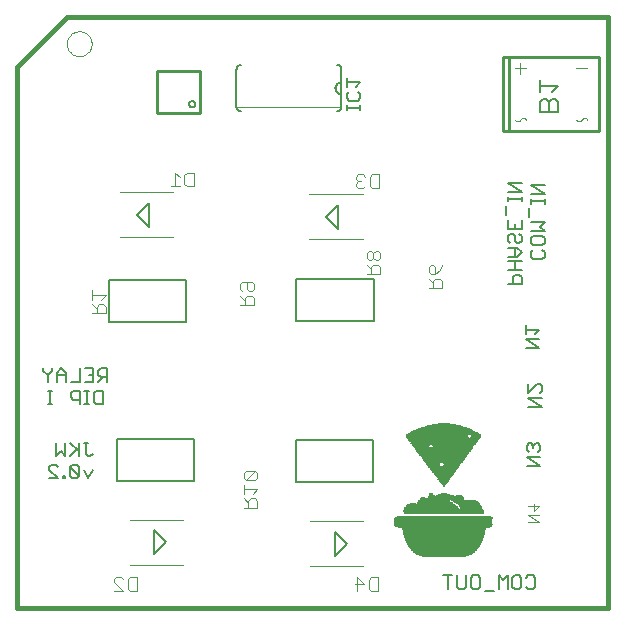
<source format=gbo>
G75*
%MOIN*%
%OFA0B0*%
%FSLAX24Y24*%
%IPPOS*%
%LPD*%
%AMOC8*
5,1,8,0,0,1.08239X$1,22.5*
%
%ADD10C,0.0160*%
%ADD11C,0.0060*%
%ADD12C,0.0000*%
%ADD13C,0.0050*%
%ADD14C,0.0080*%
%ADD15C,0.0040*%
%ADD16C,0.0100*%
%ADD17R,0.1455X0.0013*%
%ADD18R,0.1573X0.0013*%
%ADD19R,0.1665X0.0013*%
%ADD20R,0.1731X0.0013*%
%ADD21R,0.1796X0.0013*%
%ADD22R,0.1849X0.0013*%
%ADD23R,0.1888X0.0013*%
%ADD24R,0.1927X0.0013*%
%ADD25R,0.1967X0.0013*%
%ADD26R,0.2006X0.0013*%
%ADD27R,0.2045X0.0013*%
%ADD28R,0.2071X0.0013*%
%ADD29R,0.2098X0.0013*%
%ADD30R,0.2137X0.0013*%
%ADD31R,0.2150X0.0013*%
%ADD32R,0.2176X0.0013*%
%ADD33R,0.2203X0.0013*%
%ADD34R,0.2229X0.0013*%
%ADD35R,0.2242X0.0013*%
%ADD36R,0.2268X0.0013*%
%ADD37R,0.2281X0.0013*%
%ADD38R,0.2307X0.0013*%
%ADD39R,0.2321X0.0013*%
%ADD40R,0.2334X0.0013*%
%ADD41R,0.2360X0.0013*%
%ADD42R,0.2373X0.0013*%
%ADD43R,0.2386X0.0013*%
%ADD44R,0.2399X0.0013*%
%ADD45R,0.2412X0.0013*%
%ADD46R,0.2439X0.0013*%
%ADD47R,0.2452X0.0013*%
%ADD48R,0.2465X0.0013*%
%ADD49R,0.2478X0.0013*%
%ADD50R,0.2491X0.0013*%
%ADD51R,0.2504X0.0013*%
%ADD52R,0.2517X0.0013*%
%ADD53R,0.2530X0.0013*%
%ADD54R,0.2543X0.0013*%
%ADD55R,0.2556X0.0013*%
%ADD56R,0.2570X0.0013*%
%ADD57R,0.2583X0.0013*%
%ADD58R,0.2596X0.0013*%
%ADD59R,0.2609X0.0013*%
%ADD60R,0.2622X0.0013*%
%ADD61R,0.2635X0.0013*%
%ADD62R,0.2648X0.0013*%
%ADD63R,0.2661X0.0013*%
%ADD64R,0.2674X0.0013*%
%ADD65R,0.2688X0.0013*%
%ADD66R,0.2701X0.0013*%
%ADD67R,0.2714X0.0013*%
%ADD68R,0.2727X0.0013*%
%ADD69R,0.2740X0.0013*%
%ADD70R,0.2753X0.0013*%
%ADD71R,0.2766X0.0013*%
%ADD72R,0.2779X0.0013*%
%ADD73R,0.2792X0.0013*%
%ADD74R,0.2806X0.0013*%
%ADD75R,0.3081X0.0013*%
%ADD76R,0.3146X0.0013*%
%ADD77R,0.3186X0.0013*%
%ADD78R,0.3225X0.0013*%
%ADD79R,0.3251X0.0013*%
%ADD80R,0.3264X0.0013*%
%ADD81R,0.3278X0.0013*%
%ADD82R,0.3238X0.0013*%
%ADD83R,0.3199X0.0013*%
%ADD84R,0.3160X0.0013*%
%ADD85R,0.3107X0.0013*%
%ADD86R,0.0774X0.0013*%
%ADD87R,0.0760X0.0013*%
%ADD88R,0.1822X0.0013*%
%ADD89R,0.0747X0.0013*%
%ADD90R,0.0734X0.0013*%
%ADD91R,0.1783X0.0013*%
%ADD92R,0.1770X0.0013*%
%ADD93R,0.1757X0.0013*%
%ADD94R,0.1704X0.0013*%
%ADD95R,0.1678X0.0013*%
%ADD96R,0.1639X0.0013*%
%ADD97R,0.1613X0.0013*%
%ADD98R,0.1586X0.0013*%
%ADD99R,0.1560X0.0013*%
%ADD100R,0.1508X0.0013*%
%ADD101R,0.1232X0.0013*%
%ADD102R,0.0184X0.0013*%
%ADD103R,0.1193X0.0013*%
%ADD104R,0.1180X0.0013*%
%ADD105R,0.1141X0.0013*%
%ADD106R,0.1101X0.0013*%
%ADD107R,0.1075X0.0013*%
%ADD108R,0.1036X0.0013*%
%ADD109R,0.1023X0.0013*%
%ADD110R,0.1009X0.0013*%
%ADD111R,0.0249X0.0013*%
%ADD112R,0.0446X0.0013*%
%ADD113R,0.1495X0.0013*%
%ADD114R,0.1481X0.0013*%
%ADD115R,0.1468X0.0013*%
%ADD116R,0.1442X0.0013*%
%ADD117R,0.1206X0.0013*%
%ADD118R,0.0197X0.0013*%
%ADD119R,0.0118X0.0013*%
%ADD120R,0.0052X0.0013*%
%ADD121R,0.1154X0.0013*%
%ADD122R,0.0210X0.0013*%
%ADD123R,0.0616X0.0013*%
%ADD124R,0.0144X0.0013*%
%ADD125R,0.0564X0.0013*%
%ADD126R,0.0026X0.0013*%
%ADD127R,0.0498X0.0013*%
%ADD128R,0.0170X0.0013*%
%ADD129R,0.0420X0.0013*%
%ADD130R,0.0341X0.0013*%
%ADD131R,0.0105X0.0013*%
%ADD132R,0.0066X0.0013*%
%ADD133R,0.0039X0.0013*%
%ADD134R,0.0013X0.0013*%
%ADD135R,0.0092X0.0013*%
%ADD136R,0.0223X0.0013*%
%ADD137R,0.0275X0.0013*%
%ADD138R,0.0302X0.0013*%
%ADD139R,0.0328X0.0013*%
%ADD140R,0.0354X0.0013*%
%ADD141R,0.0367X0.0013*%
%ADD142R,0.0380X0.0013*%
%ADD143R,0.0406X0.0013*%
%ADD144R,0.0433X0.0013*%
%ADD145R,0.0459X0.0013*%
%ADD146R,0.0485X0.0013*%
%ADD147R,0.0511X0.0013*%
%ADD148R,0.0538X0.0013*%
%ADD149R,0.0590X0.0013*%
%ADD150R,0.0642X0.0013*%
%ADD151R,0.0669X0.0013*%
%ADD152R,0.0695X0.0013*%
%ADD153R,0.0721X0.0013*%
%ADD154R,0.0800X0.0013*%
%ADD155R,0.0813X0.0013*%
%ADD156R,0.0826X0.0013*%
%ADD157R,0.0852X0.0013*%
%ADD158R,0.0878X0.0013*%
%ADD159R,0.0891X0.0013*%
%ADD160R,0.0905X0.0013*%
%ADD161R,0.0931X0.0013*%
%ADD162R,0.0957X0.0013*%
%ADD163R,0.0970X0.0013*%
%ADD164R,0.0983X0.0013*%
%ADD165R,0.0551X0.0013*%
%ADD166R,0.0524X0.0013*%
%ADD167R,0.0472X0.0013*%
%ADD168R,0.0629X0.0013*%
%ADD169R,0.1219X0.0013*%
%ADD170R,0.1245X0.0013*%
%ADD171R,0.1259X0.0013*%
%ADD172R,0.1272X0.0013*%
%ADD173R,0.1298X0.0013*%
%ADD174R,0.1324X0.0013*%
%ADD175R,0.1337X0.0013*%
%ADD176R,0.1350X0.0013*%
%ADD177R,0.1377X0.0013*%
%ADD178R,0.1403X0.0013*%
%ADD179R,0.1416X0.0013*%
%ADD180R,0.1429X0.0013*%
%ADD181R,0.1534X0.0013*%
%ADD182R,0.1547X0.0013*%
%ADD183R,0.1626X0.0013*%
%ADD184R,0.1652X0.0013*%
%ADD185R,0.1691X0.0013*%
%ADD186R,0.1744X0.0013*%
%ADD187R,0.1809X0.0013*%
%ADD188R,0.1862X0.0013*%
%ADD189R,0.1901X0.0013*%
%ADD190R,0.1940X0.0013*%
%ADD191R,0.1363X0.0013*%
%ADD192R,0.0577X0.0013*%
%ADD193R,0.0603X0.0013*%
%ADD194R,0.2111X0.0013*%
%ADD195R,0.2189X0.0013*%
%ADD196R,0.2216X0.0013*%
%ADD197R,0.2255X0.0013*%
%ADD198R,0.2294X0.0013*%
%ADD199R,0.1521X0.0013*%
%ADD200R,0.0839X0.0013*%
%ADD201R,0.2425X0.0013*%
%ADD202R,0.0315X0.0013*%
%ADD203R,0.2085X0.0013*%
%ADD204R,0.0787X0.0013*%
%ADD205R,0.2163X0.0013*%
%ADD206R,0.2124X0.0013*%
%ADD207R,0.2019X0.0013*%
%ADD208R,0.1953X0.0013*%
%ADD209R,0.1717X0.0013*%
%ADD210R,0.1599X0.0013*%
%ADD211R,0.1114X0.0013*%
%ADD212C,0.0070*%
%ADD213C,0.0020*%
D10*
X000180Y000180D02*
X019865Y000180D01*
X019865Y019865D01*
X001834Y019865D01*
X000180Y018211D01*
X000180Y000180D01*
D11*
X001247Y004492D02*
X001540Y004492D01*
X001247Y004785D01*
X001247Y004859D01*
X001320Y004932D01*
X001467Y004932D01*
X001540Y004859D01*
X001697Y004565D02*
X001697Y004492D01*
X001771Y004492D01*
X001771Y004565D01*
X001697Y004565D01*
X001937Y004565D02*
X001937Y004859D01*
X002231Y004565D01*
X002158Y004492D01*
X002011Y004492D01*
X001937Y004565D01*
X001937Y004859D02*
X002011Y004932D01*
X002158Y004932D01*
X002231Y004859D01*
X002231Y004565D01*
X002398Y004785D02*
X002545Y004492D01*
X002691Y004785D01*
X002618Y005242D02*
X002545Y005242D01*
X002471Y005315D01*
X002471Y005682D01*
X002398Y005682D02*
X002545Y005682D01*
X002231Y005682D02*
X002231Y005242D01*
X002231Y005389D02*
X001937Y005682D01*
X001771Y005682D02*
X001771Y005242D01*
X001624Y005389D01*
X001477Y005242D01*
X001477Y005682D01*
X001937Y005242D02*
X002158Y005462D01*
X002618Y005242D02*
X002691Y005315D01*
X002804Y006969D02*
X002731Y007043D01*
X002731Y007336D01*
X002804Y007410D01*
X003024Y007410D01*
X003024Y006969D01*
X002804Y006969D01*
X002564Y006969D02*
X002417Y006969D01*
X002490Y006969D02*
X002490Y007410D01*
X002417Y007410D02*
X002564Y007410D01*
X002257Y007410D02*
X002037Y007410D01*
X001963Y007336D01*
X001963Y007189D01*
X002037Y007116D01*
X002257Y007116D01*
X002257Y006969D02*
X002257Y007410D01*
X002257Y007719D02*
X001963Y007719D01*
X001796Y007719D02*
X001796Y008013D01*
X001650Y008160D01*
X001503Y008013D01*
X001503Y007719D01*
X001336Y007410D02*
X001189Y007410D01*
X001263Y007410D02*
X001263Y006969D01*
X001336Y006969D02*
X001189Y006969D01*
X001189Y007719D02*
X001189Y007939D01*
X001042Y008086D01*
X001042Y008160D01*
X001189Y007939D02*
X001336Y008086D01*
X001336Y008160D01*
X001503Y007939D02*
X001796Y007939D01*
X002257Y007719D02*
X002257Y008160D01*
X002424Y008160D02*
X002717Y008160D01*
X002717Y007719D01*
X002424Y007719D01*
X002570Y007939D02*
X002717Y007939D01*
X002884Y007939D02*
X002957Y007866D01*
X003178Y007866D01*
X003178Y007719D02*
X003178Y008160D01*
X002957Y008160D01*
X002884Y008086D01*
X002884Y007939D01*
X003031Y007866D02*
X002884Y007719D01*
X007485Y016883D02*
X007485Y018123D01*
X007487Y018146D01*
X007492Y018169D01*
X007501Y018191D01*
X007514Y018211D01*
X007529Y018229D01*
X007547Y018244D01*
X007567Y018257D01*
X007589Y018266D01*
X007612Y018271D01*
X007635Y018273D01*
X007485Y016883D02*
X007487Y016860D01*
X007492Y016837D01*
X007501Y016815D01*
X007514Y016795D01*
X007529Y016777D01*
X007547Y016762D01*
X007567Y016749D01*
X007589Y016740D01*
X007612Y016735D01*
X007635Y016733D01*
X005904Y016965D02*
X005906Y016985D01*
X005912Y017003D01*
X005921Y017021D01*
X005933Y017036D01*
X005948Y017048D01*
X005966Y017057D01*
X005984Y017063D01*
X006004Y017065D01*
X006024Y017063D01*
X006042Y017057D01*
X006060Y017048D01*
X006075Y017036D01*
X006087Y017021D01*
X006096Y017003D01*
X006102Y016985D01*
X006104Y016965D01*
X006102Y016945D01*
X006096Y016927D01*
X006087Y016909D01*
X006075Y016894D01*
X006060Y016882D01*
X006042Y016873D01*
X006024Y016867D01*
X006004Y016865D01*
X005984Y016867D01*
X005966Y016873D01*
X005948Y016882D01*
X005933Y016894D01*
X005921Y016909D01*
X005912Y016927D01*
X005906Y016945D01*
X005904Y016965D01*
X010835Y016733D02*
X010858Y016735D01*
X010881Y016740D01*
X010903Y016749D01*
X010923Y016762D01*
X010941Y016777D01*
X010956Y016795D01*
X010969Y016815D01*
X010978Y016837D01*
X010983Y016860D01*
X010985Y016883D01*
X010985Y017303D01*
X010985Y017703D01*
X010985Y018123D01*
X010983Y018146D01*
X010978Y018169D01*
X010969Y018191D01*
X010956Y018211D01*
X010941Y018229D01*
X010923Y018244D01*
X010903Y018257D01*
X010881Y018266D01*
X010858Y018271D01*
X010835Y018273D01*
X010985Y017703D02*
X010958Y017701D01*
X010931Y017696D01*
X010905Y017686D01*
X010881Y017674D01*
X010859Y017658D01*
X010839Y017640D01*
X010822Y017618D01*
X010807Y017595D01*
X010797Y017570D01*
X010789Y017544D01*
X010785Y017517D01*
X010785Y017489D01*
X010789Y017462D01*
X010797Y017436D01*
X010807Y017411D01*
X010822Y017388D01*
X010839Y017366D01*
X010859Y017348D01*
X010881Y017332D01*
X010905Y017320D01*
X010931Y017310D01*
X010958Y017305D01*
X010985Y017303D01*
D12*
X001834Y018979D02*
X001836Y019019D01*
X001842Y019060D01*
X001852Y019099D01*
X001865Y019137D01*
X001883Y019174D01*
X001904Y019208D01*
X001928Y019241D01*
X001955Y019271D01*
X001985Y019298D01*
X002018Y019322D01*
X002052Y019343D01*
X002089Y019361D01*
X002127Y019374D01*
X002166Y019384D01*
X002207Y019390D01*
X002247Y019392D01*
X002287Y019390D01*
X002328Y019384D01*
X002367Y019374D01*
X002405Y019361D01*
X002442Y019343D01*
X002476Y019322D01*
X002509Y019298D01*
X002539Y019271D01*
X002566Y019241D01*
X002590Y019208D01*
X002611Y019174D01*
X002629Y019137D01*
X002642Y019099D01*
X002652Y019060D01*
X002658Y019019D01*
X002660Y018979D01*
X002658Y018939D01*
X002652Y018898D01*
X002642Y018859D01*
X002629Y018821D01*
X002611Y018784D01*
X002590Y018750D01*
X002566Y018717D01*
X002539Y018687D01*
X002509Y018660D01*
X002476Y018636D01*
X002442Y018615D01*
X002405Y018597D01*
X002367Y018584D01*
X002328Y018574D01*
X002287Y018568D01*
X002247Y018566D01*
X002207Y018568D01*
X002166Y018574D01*
X002127Y018584D01*
X002089Y018597D01*
X002052Y018615D01*
X002018Y018636D01*
X001985Y018660D01*
X001955Y018687D01*
X001928Y018717D01*
X001904Y018750D01*
X001883Y018784D01*
X001865Y018821D01*
X001852Y018859D01*
X001842Y018898D01*
X001836Y018939D01*
X001834Y018979D01*
D13*
X011160Y017845D02*
X011160Y017545D01*
X011160Y017695D02*
X011611Y017695D01*
X011460Y017545D01*
X011535Y017385D02*
X011611Y017310D01*
X011611Y017160D01*
X011535Y017085D01*
X011235Y017085D01*
X011160Y017160D01*
X011160Y017310D01*
X011235Y017385D01*
X011160Y016928D02*
X011160Y016778D01*
X011160Y016853D02*
X011611Y016853D01*
X011611Y016778D02*
X011611Y016928D01*
X016467Y013565D02*
X016467Y013265D01*
X016542Y013105D02*
X016542Y012805D01*
X016992Y012805D01*
X016992Y013105D01*
X017234Y013191D02*
X017234Y013491D01*
X017309Y013651D02*
X017309Y013801D01*
X017309Y013726D02*
X017760Y013726D01*
X017760Y013651D02*
X017760Y013801D01*
X017760Y013958D02*
X017309Y014258D01*
X017760Y014258D01*
X017760Y013958D02*
X017309Y013958D01*
X016992Y014033D02*
X016542Y014333D01*
X016992Y014333D01*
X016992Y014033D02*
X016542Y014033D01*
X016542Y013876D02*
X016542Y013726D01*
X016542Y013801D02*
X016992Y013801D01*
X016992Y013726D02*
X016992Y013876D01*
X017309Y013031D02*
X017760Y013031D01*
X017610Y012881D01*
X017760Y012731D01*
X017309Y012731D01*
X017384Y012570D02*
X017685Y012570D01*
X017760Y012495D01*
X017760Y012345D01*
X017685Y012270D01*
X017384Y012270D01*
X017309Y012345D01*
X017309Y012495D01*
X017384Y012570D01*
X016992Y012570D02*
X016992Y012420D01*
X016917Y012344D01*
X016842Y012344D01*
X016767Y012420D01*
X016767Y012570D01*
X016692Y012645D01*
X016617Y012645D01*
X016542Y012570D01*
X016542Y012420D01*
X016617Y012344D01*
X016542Y012184D02*
X016842Y012184D01*
X016992Y012034D01*
X016842Y011884D01*
X016542Y011884D01*
X016542Y011724D02*
X016992Y011724D01*
X016767Y011724D02*
X016767Y011424D01*
X016767Y011264D02*
X016692Y011188D01*
X016692Y010963D01*
X016542Y010963D02*
X016992Y010963D01*
X016992Y011188D01*
X016917Y011264D01*
X016767Y011264D01*
X016542Y011424D02*
X016992Y011424D01*
X016767Y011884D02*
X016767Y012184D01*
X016992Y012570D02*
X016917Y012645D01*
X016767Y012805D02*
X016767Y012955D01*
X017384Y012110D02*
X017309Y012035D01*
X017309Y011885D01*
X017384Y011810D01*
X017685Y011810D01*
X017760Y011885D01*
X017760Y012035D01*
X017685Y012110D01*
X017136Y009598D02*
X017136Y009298D01*
X017136Y009448D02*
X017586Y009448D01*
X017436Y009298D01*
X017586Y009138D02*
X017136Y009138D01*
X017586Y008837D01*
X017136Y008837D01*
X017215Y007629D02*
X017215Y007329D01*
X017515Y007629D01*
X017590Y007629D01*
X017665Y007554D01*
X017665Y007404D01*
X017590Y007329D01*
X017665Y007169D02*
X017215Y007169D01*
X017665Y006869D01*
X017215Y006869D01*
X017231Y005661D02*
X017156Y005586D01*
X017156Y005436D01*
X017231Y005361D01*
X017156Y005201D02*
X017606Y005201D01*
X017531Y005361D02*
X017606Y005436D01*
X017606Y005586D01*
X017531Y005661D01*
X017456Y005661D01*
X017381Y005586D01*
X017306Y005661D01*
X017231Y005661D01*
X017381Y005586D02*
X017381Y005511D01*
X017156Y005201D02*
X017606Y004900D01*
X017156Y004900D01*
X017218Y001260D02*
X017368Y001260D01*
X017443Y001185D01*
X017443Y000884D01*
X017368Y000809D01*
X017218Y000809D01*
X017143Y000884D01*
X016983Y000884D02*
X016908Y000809D01*
X016758Y000809D01*
X016682Y000884D01*
X016682Y001185D01*
X016758Y001260D01*
X016908Y001260D01*
X016983Y001185D01*
X016983Y000884D01*
X017143Y001185D02*
X017218Y001260D01*
X016522Y001260D02*
X016522Y000809D01*
X016222Y000809D02*
X016222Y001260D01*
X016372Y001110D01*
X016522Y001260D01*
X016062Y000734D02*
X015762Y000734D01*
X015602Y000884D02*
X015526Y000809D01*
X015376Y000809D01*
X015301Y000884D01*
X015301Y001185D01*
X015376Y001260D01*
X015526Y001260D01*
X015602Y001185D01*
X015602Y000884D01*
X015141Y000884D02*
X015141Y001260D01*
X014841Y001260D02*
X014841Y000884D01*
X014916Y000809D01*
X015066Y000809D01*
X015141Y000884D01*
X014681Y001260D02*
X014380Y001260D01*
X014531Y001260D02*
X014531Y000809D01*
D14*
X011156Y002306D02*
X010754Y001912D01*
X010754Y002700D01*
X011156Y002306D01*
X012041Y004382D02*
X009461Y004382D01*
X009461Y005782D01*
X012041Y005782D01*
X012041Y004382D01*
X012061Y009736D02*
X009480Y009736D01*
X009480Y011136D01*
X012061Y011136D01*
X012061Y009736D01*
X010886Y012818D02*
X010886Y013605D01*
X010483Y013211D01*
X010886Y012818D01*
X005801Y011097D02*
X005801Y009697D01*
X003221Y009697D01*
X003221Y011097D01*
X005801Y011097D01*
X004567Y012877D02*
X004567Y013664D01*
X004164Y013271D01*
X004567Y012877D01*
X003496Y005801D02*
X003496Y004401D01*
X006076Y004401D01*
X006076Y005801D01*
X003496Y005801D01*
X004750Y002759D02*
X004750Y001971D01*
X005152Y002365D01*
X004750Y002759D01*
D15*
X003936Y003115D02*
X005716Y003115D01*
X005716Y001615D02*
X003936Y001615D01*
X003938Y001200D02*
X004168Y001200D01*
X004168Y000740D01*
X003938Y000740D01*
X003861Y000816D01*
X003861Y001123D01*
X003938Y001200D01*
X003707Y001123D02*
X003631Y001200D01*
X003477Y001200D01*
X003400Y001123D01*
X003400Y001047D01*
X003707Y000740D01*
X003400Y000740D01*
X007724Y003518D02*
X008184Y003518D01*
X008184Y003748D01*
X008107Y003825D01*
X007954Y003825D01*
X007877Y003748D01*
X007877Y003518D01*
X007877Y003671D02*
X007724Y003825D01*
X007724Y003978D02*
X007724Y004285D01*
X007724Y004131D02*
X008184Y004131D01*
X008031Y003978D01*
X008107Y004438D02*
X007800Y004438D01*
X008107Y004745D01*
X007800Y004745D01*
X007724Y004669D01*
X007724Y004515D01*
X007800Y004438D01*
X008107Y004438D02*
X008184Y004515D01*
X008184Y004669D01*
X008107Y004745D01*
X009940Y003056D02*
X011720Y003056D01*
X011720Y001556D02*
X009940Y001556D01*
X011443Y000965D02*
X011750Y000965D01*
X011520Y001195D01*
X011520Y000735D01*
X011904Y000812D02*
X011904Y001119D01*
X011981Y001195D01*
X012211Y001195D01*
X012211Y000735D01*
X011981Y000735D01*
X011904Y000812D01*
X017210Y003025D02*
X017570Y003025D01*
X017210Y003265D01*
X017570Y003265D01*
X017390Y003394D02*
X017390Y003634D01*
X017570Y003574D02*
X017390Y003394D01*
X017210Y003574D02*
X017570Y003574D01*
X014349Y010836D02*
X013889Y010836D01*
X014042Y010836D02*
X014042Y011066D01*
X014119Y011143D01*
X014273Y011143D01*
X014349Y011066D01*
X014349Y010836D01*
X014042Y010989D02*
X013889Y011143D01*
X013966Y011296D02*
X013889Y011373D01*
X013889Y011526D01*
X013966Y011603D01*
X014042Y011603D01*
X014119Y011526D01*
X014119Y011296D01*
X013966Y011296D01*
X014119Y011296D02*
X014273Y011450D01*
X014349Y011603D01*
X012282Y011538D02*
X012282Y011308D01*
X011822Y011308D01*
X011976Y011308D02*
X011976Y011538D01*
X012052Y011615D01*
X012206Y011615D01*
X012282Y011538D01*
X012206Y011769D02*
X012129Y011769D01*
X012052Y011845D01*
X012052Y011999D01*
X011976Y012076D01*
X011899Y012076D01*
X011822Y011999D01*
X011822Y011845D01*
X011899Y011769D01*
X011976Y011769D01*
X012052Y011845D01*
X012052Y011999D02*
X012129Y012076D01*
X012206Y012076D01*
X012282Y011999D01*
X012282Y011845D01*
X012206Y011769D01*
X011976Y011462D02*
X011822Y011615D01*
X011700Y012461D02*
X009920Y012461D01*
X009920Y013961D02*
X011700Y013961D01*
X011702Y014165D02*
X011548Y014165D01*
X011471Y014242D01*
X011471Y014318D01*
X011548Y014395D01*
X011625Y014395D01*
X011548Y014395D02*
X011471Y014472D01*
X011471Y014549D01*
X011548Y014625D01*
X011702Y014625D01*
X011778Y014549D01*
X011932Y014549D02*
X012008Y014625D01*
X012239Y014625D01*
X012239Y014165D01*
X012008Y014165D01*
X011932Y014242D01*
X011932Y014549D01*
X011778Y014242D02*
X011702Y014165D01*
X008070Y010956D02*
X008070Y010802D01*
X007993Y010725D01*
X007916Y010725D01*
X007840Y010802D01*
X007840Y011032D01*
X007993Y011032D02*
X008070Y010956D01*
X007993Y011032D02*
X007686Y011032D01*
X007609Y010956D01*
X007609Y010802D01*
X007686Y010725D01*
X007609Y010572D02*
X007763Y010418D01*
X007763Y010495D02*
X007763Y010265D01*
X007609Y010265D02*
X008070Y010265D01*
X008070Y010495D01*
X007993Y010572D01*
X007840Y010572D01*
X007763Y010495D01*
X005381Y012521D02*
X003601Y012521D01*
X003601Y014021D02*
X005381Y014021D01*
X005444Y014224D02*
X005444Y014684D01*
X005597Y014531D01*
X005751Y014608D02*
X005751Y014301D01*
X005827Y014224D01*
X006058Y014224D01*
X006058Y014684D01*
X005827Y014684D01*
X005751Y014608D01*
X005597Y014224D02*
X005290Y014224D01*
X003129Y010603D02*
X002669Y010603D01*
X002669Y010450D02*
X002669Y010757D01*
X002975Y010450D02*
X003129Y010603D01*
X003052Y010296D02*
X002899Y010296D01*
X002822Y010220D01*
X002822Y009989D01*
X002669Y009989D02*
X003129Y009989D01*
X003129Y010220D01*
X003052Y010296D01*
X002822Y010143D02*
X002669Y010296D01*
X016765Y016450D02*
X016777Y016434D01*
X016792Y016420D01*
X016809Y016410D01*
X016828Y016402D01*
X016848Y016398D01*
X016868Y016398D01*
X016888Y016402D01*
X016907Y016410D01*
X016924Y016420D01*
X016939Y016434D01*
X016951Y016450D01*
X016952Y016450D02*
X016964Y016466D01*
X016979Y016480D01*
X016996Y016490D01*
X017015Y016498D01*
X017035Y016502D01*
X017055Y016502D01*
X017075Y016498D01*
X017094Y016490D01*
X017111Y016480D01*
X017126Y016466D01*
X017138Y016450D01*
X016952Y017975D02*
X016952Y018349D01*
X016765Y018162D02*
X017139Y018162D01*
X018812Y018162D02*
X019186Y018162D01*
X018998Y016450D02*
X018986Y016434D01*
X018971Y016420D01*
X018954Y016410D01*
X018935Y016402D01*
X018915Y016398D01*
X018895Y016398D01*
X018875Y016402D01*
X018856Y016410D01*
X018839Y016420D01*
X018824Y016434D01*
X018812Y016450D01*
X018999Y016450D02*
X019011Y016466D01*
X019026Y016480D01*
X019043Y016490D01*
X019062Y016498D01*
X019082Y016502D01*
X019102Y016502D01*
X019122Y016498D01*
X019141Y016490D01*
X019158Y016480D01*
X019173Y016466D01*
X019185Y016450D01*
D16*
X019570Y016086D02*
X019570Y018526D01*
X016578Y018526D01*
X016578Y016086D01*
X016381Y016086D02*
X016381Y018526D01*
X016578Y018526D01*
X016381Y016086D02*
X019570Y016086D01*
X006284Y016655D02*
X006284Y018075D01*
X004824Y018075D01*
X004824Y016655D01*
X006284Y016655D01*
D17*
X014388Y006173D03*
X014388Y005164D03*
X014388Y001886D03*
D18*
X014394Y001899D03*
X014381Y005242D03*
D19*
X014388Y005308D03*
X014388Y006134D03*
X014388Y001912D03*
D20*
X014394Y001925D03*
X013988Y003525D03*
X014381Y005347D03*
D21*
X014388Y006108D03*
X013981Y003472D03*
X014388Y001938D03*
D22*
X014388Y001952D03*
X013994Y003433D03*
X014388Y005426D03*
X014388Y006094D03*
D23*
X014381Y005452D03*
X014394Y001965D03*
D24*
X014388Y001978D03*
X014388Y005478D03*
D25*
X014394Y001991D03*
D26*
X014388Y002004D03*
D27*
X014394Y002017D03*
D28*
X014394Y002030D03*
X014198Y005832D03*
X014184Y005845D03*
X014171Y005858D03*
X014171Y005872D03*
X014381Y006042D03*
D29*
X014184Y005924D03*
X014171Y005911D03*
X014158Y005898D03*
X014381Y005596D03*
X014394Y002043D03*
D30*
X014388Y002056D03*
X014388Y005622D03*
D31*
X014381Y005636D03*
X014394Y002070D03*
D32*
X014394Y002083D03*
X014381Y005649D03*
D33*
X014394Y002096D03*
D34*
X014394Y002109D03*
X014381Y005688D03*
D35*
X014388Y002122D03*
D36*
X014388Y002135D03*
X014388Y005714D03*
X014388Y005990D03*
D37*
X014394Y002148D03*
D38*
X014394Y002161D03*
X014381Y005740D03*
D39*
X014388Y002174D03*
D40*
X014394Y002188D03*
X014381Y005754D03*
D41*
X014394Y002201D03*
D42*
X014388Y002214D03*
D43*
X014394Y002227D03*
D44*
X014388Y002240D03*
D45*
X014394Y002253D03*
D46*
X014394Y002266D03*
D47*
X014388Y002279D03*
D48*
X014394Y002292D03*
D49*
X014388Y002306D03*
D50*
X014394Y002319D03*
D51*
X014388Y002332D03*
D52*
X014394Y002345D03*
X014394Y002358D03*
D53*
X014388Y002371D03*
D54*
X014394Y002384D03*
D55*
X014388Y002397D03*
D56*
X014394Y002410D03*
X014394Y002424D03*
D57*
X014388Y002437D03*
D58*
X014394Y002450D03*
D59*
X014388Y002463D03*
X014388Y002476D03*
D60*
X014394Y002489D03*
D61*
X014388Y002502D03*
X014388Y002515D03*
D62*
X014394Y002528D03*
X014394Y002542D03*
X014381Y003420D03*
D63*
X014388Y003407D03*
X014388Y003394D03*
X014388Y002555D03*
D64*
X014394Y002568D03*
X014394Y002581D03*
X014381Y003367D03*
X014381Y003381D03*
D65*
X014388Y003354D03*
X014388Y003341D03*
X014388Y003328D03*
X014388Y003315D03*
X014388Y002594D03*
D66*
X014394Y002607D03*
X014394Y002620D03*
D67*
X014388Y002633D03*
X014388Y002646D03*
D68*
X014394Y002660D03*
X014394Y002673D03*
D69*
X014388Y002686D03*
X014388Y002699D03*
D70*
X014394Y002712D03*
X014394Y002725D03*
X014394Y002738D03*
D71*
X014388Y002751D03*
X014388Y002764D03*
D72*
X014394Y002778D03*
X014394Y002791D03*
D73*
X014388Y002804D03*
X014388Y002817D03*
D74*
X014394Y002830D03*
D75*
X014388Y002843D03*
D76*
X014381Y002856D03*
D77*
X014388Y002869D03*
D78*
X014381Y002882D03*
X014381Y002896D03*
X014381Y003171D03*
D79*
X014381Y003145D03*
X014381Y002909D03*
D80*
X014388Y002922D03*
X014388Y003131D03*
D81*
X014381Y003118D03*
X014381Y003105D03*
X014381Y003092D03*
X014381Y003079D03*
X014381Y003066D03*
X014381Y003053D03*
X014381Y003040D03*
X014381Y003027D03*
X014381Y003014D03*
X014381Y003000D03*
X014381Y002987D03*
X014381Y002974D03*
X014381Y002961D03*
X014381Y002948D03*
X014381Y002935D03*
D82*
X014388Y003158D03*
D83*
X014381Y003184D03*
D84*
X014388Y003197D03*
D85*
X014388Y003210D03*
D86*
X015083Y003721D03*
X015109Y003708D03*
X015122Y003695D03*
X015148Y003682D03*
X015161Y003669D03*
X015174Y003656D03*
X015200Y003643D03*
X015318Y003433D03*
X014388Y004705D03*
D87*
X015050Y003735D03*
X015220Y003630D03*
X015325Y003446D03*
D88*
X013981Y003446D03*
X013981Y003459D03*
X014388Y005413D03*
D89*
X014388Y004692D03*
X015227Y003617D03*
X015240Y003603D03*
X015253Y003590D03*
X015266Y003577D03*
X015266Y003564D03*
X015279Y003551D03*
X015292Y003525D03*
X015305Y003512D03*
X015305Y003499D03*
X015318Y003472D03*
X015318Y003459D03*
D90*
X015312Y003485D03*
X015286Y003538D03*
X014381Y004679D03*
D91*
X014381Y005386D03*
X013988Y003485D03*
D92*
X013981Y003499D03*
X014388Y005373D03*
D93*
X013988Y003512D03*
D94*
X013988Y003538D03*
X014381Y005334D03*
D95*
X013975Y003551D03*
D96*
X013968Y003564D03*
D97*
X013981Y003577D03*
X014388Y005268D03*
D98*
X014388Y005255D03*
X013981Y003590D03*
D99*
X013981Y003603D03*
X014820Y005937D03*
D100*
X014807Y005963D03*
X013968Y005767D03*
X013955Y005780D03*
X014388Y005203D03*
X013981Y003617D03*
D101*
X014106Y003630D03*
D102*
X013359Y003630D03*
D103*
X014099Y003643D03*
D104*
X014093Y003656D03*
X014460Y003826D03*
X014460Y003839D03*
X014460Y003853D03*
D105*
X014453Y003879D03*
X014086Y003669D03*
D106*
X014080Y003682D03*
D107*
X014066Y003695D03*
D108*
X014060Y003708D03*
X014086Y003748D03*
X014388Y006239D03*
D109*
X014066Y003721D03*
D110*
X014073Y003735D03*
X014388Y004862D03*
D111*
X014388Y004351D03*
X015253Y003748D03*
D112*
X014866Y003748D03*
X014040Y004941D03*
X014040Y004954D03*
D113*
X014381Y005190D03*
X014788Y005976D03*
X014329Y003761D03*
D114*
X014335Y003774D03*
X014388Y005177D03*
D115*
X014342Y003787D03*
D116*
X014342Y003800D03*
D117*
X014460Y003813D03*
D118*
X013994Y003905D03*
X013732Y003813D03*
X014388Y004311D03*
D119*
X014388Y004259D03*
X013981Y003944D03*
X013719Y003826D03*
D120*
X013712Y003839D03*
D121*
X014460Y003866D03*
D122*
X014407Y003957D03*
X014001Y003892D03*
X014919Y003892D03*
D123*
X014440Y003892D03*
X014388Y004600D03*
D124*
X014388Y004285D03*
X014388Y004272D03*
X013981Y003931D03*
X014938Y003905D03*
D125*
X014440Y003905D03*
X014388Y004561D03*
X014676Y004954D03*
X013640Y005557D03*
D126*
X014958Y003918D03*
D127*
X014434Y003918D03*
D128*
X014388Y004298D03*
X013994Y003918D03*
D129*
X014420Y003931D03*
X014066Y004888D03*
X014066Y004901D03*
X014053Y004914D03*
D130*
X014420Y003944D03*
X015482Y005898D03*
X015456Y005924D03*
D131*
X013975Y003957D03*
D132*
X013968Y003971D03*
X014388Y004220D03*
X014388Y004233D03*
D133*
X014388Y004207D03*
X013968Y003984D03*
D134*
X014388Y004193D03*
D135*
X014388Y004246D03*
D136*
X014388Y004325D03*
X014388Y004338D03*
D137*
X014388Y004364D03*
D138*
X014388Y004377D03*
X014388Y004390D03*
D139*
X014388Y004403D03*
X015476Y005872D03*
X015476Y005885D03*
D140*
X015476Y005911D03*
X014388Y004416D03*
D141*
X014381Y004429D03*
D142*
X014388Y004443D03*
D143*
X014388Y004456D03*
D144*
X014388Y004469D03*
X014388Y004482D03*
X014086Y004875D03*
X014047Y004928D03*
X014388Y006291D03*
D145*
X014388Y004495D03*
D146*
X014388Y004508D03*
X014034Y004980D03*
D147*
X014388Y004534D03*
X014388Y004521D03*
D148*
X014388Y004547D03*
X014650Y004901D03*
X014663Y004914D03*
X013667Y005518D03*
X013653Y005531D03*
D149*
X014388Y004587D03*
X014388Y004574D03*
X014676Y004967D03*
X014676Y004980D03*
D150*
X014388Y004613D03*
X014388Y006278D03*
D151*
X014388Y004639D03*
X014388Y004626D03*
D152*
X014388Y004652D03*
D153*
X014388Y004665D03*
D154*
X014388Y004718D03*
X015161Y005780D03*
X013601Y005963D03*
D155*
X013594Y005950D03*
X014381Y004731D03*
X015155Y005767D03*
X015168Y005793D03*
D156*
X014388Y004744D03*
D157*
X014388Y004757D03*
X013588Y005937D03*
D158*
X014388Y004770D03*
D159*
X014381Y004783D03*
D160*
X014388Y004796D03*
X014388Y006252D03*
D161*
X014388Y004810D03*
D162*
X014388Y004823D03*
D163*
X014381Y004836D03*
D164*
X014388Y004849D03*
D165*
X014630Y004875D03*
X014670Y004928D03*
X014670Y004941D03*
X013673Y005504D03*
X013647Y005544D03*
D166*
X014040Y004993D03*
X014643Y004888D03*
D167*
X014040Y004967D03*
D168*
X014670Y004993D03*
D169*
X014388Y005006D03*
X014388Y006212D03*
D170*
X014388Y005019D03*
D171*
X014381Y005032D03*
D172*
X014388Y005046D03*
D173*
X014388Y005059D03*
X014388Y006199D03*
D174*
X014388Y005072D03*
D175*
X014381Y005085D03*
D176*
X014388Y005098D03*
X014702Y005531D03*
D177*
X014715Y005557D03*
X014388Y005111D03*
X014388Y006186D03*
D178*
X014715Y005570D03*
X014388Y005124D03*
D179*
X014381Y005137D03*
X014709Y005583D03*
D180*
X014388Y005150D03*
D181*
X014388Y005216D03*
X014820Y005950D03*
X014388Y006160D03*
D182*
X013948Y005806D03*
X014381Y005229D03*
D183*
X014381Y005282D03*
D184*
X014381Y005295D03*
D185*
X014388Y005321D03*
D186*
X014388Y005360D03*
D187*
X014381Y005400D03*
D188*
X014381Y005439D03*
D189*
X014388Y005465D03*
X014388Y006081D03*
D190*
X014381Y005491D03*
D191*
X014683Y005504D03*
X014696Y005518D03*
X014709Y005544D03*
D192*
X013647Y005570D03*
D193*
X013647Y005583D03*
D194*
X014388Y005609D03*
D195*
X014388Y005662D03*
D196*
X014388Y005675D03*
X014388Y006003D03*
D197*
X014381Y005701D03*
D198*
X014388Y005727D03*
D199*
X013948Y005793D03*
D200*
X015168Y005806D03*
D201*
X014388Y005819D03*
D202*
X015443Y005832D03*
X015456Y005845D03*
X015469Y005858D03*
D203*
X014165Y005885D03*
D204*
X014394Y006265D03*
X013621Y005976D03*
D205*
X014388Y006016D03*
D206*
X014381Y006029D03*
D207*
X014381Y006055D03*
D208*
X014388Y006068D03*
D209*
X014388Y006121D03*
D210*
X014381Y006147D03*
D211*
X014388Y006226D03*
D212*
X017588Y016711D02*
X017588Y017027D01*
X017693Y017132D01*
X017798Y017132D01*
X017903Y017027D01*
X017903Y016711D01*
X017588Y016711D02*
X018218Y016711D01*
X018218Y017027D01*
X018113Y017132D01*
X018008Y017132D01*
X017903Y017027D01*
X018008Y017356D02*
X018218Y017566D01*
X017588Y017566D01*
X017588Y017356D02*
X017588Y017776D01*
D213*
X010985Y016873D02*
X007485Y016873D01*
M02*

</source>
